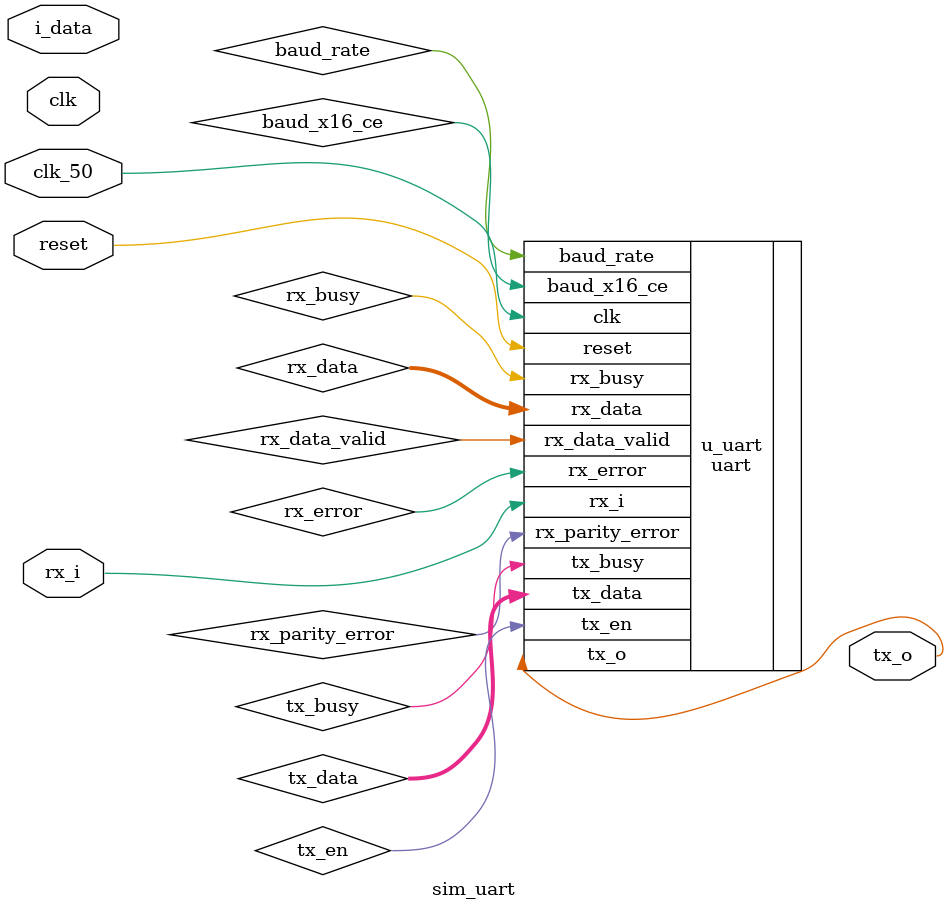
<source format=sv>
module sim_uart(
    input clk,
    input clk_50,
    input reset,

    input [7:0] i_data,

    input rx_i,
    output tx_o
);

logic tx_busy, rx_busy;

logic rx_data_valid, rx_error, rx_parity_error;
logic baud_x16_ce;

logic tx_en;

logic [7:0] tx_data, rx_data;

uart u_uart(
    .tx_o ( tx_o ),
    .rx_i ( rx_i ),
    .tx_busy ( tx_busy ),
    .rx_data ( rx_data ),
    .rx_data_valid ( rx_data_valid ),
    .rx_error ( rx_error ),
    .rx_parity_error ( rx_parity_error ),
    .rx_busy ( rx_busy ),
    .baud_x16_ce ( baud_x16_ce ),
    .clk ( clk_50 ),
    .reset ( reset ),
    .tx_data ( tx_data ),
    .baud_rate ( baud_rate ),
    .tx_en ( tx_en )
);

always @(posedge baud_x16_ce) begin
    if (rx_data_valid)
        $display("UART: %c", rx_data);
end

endmodule

</source>
